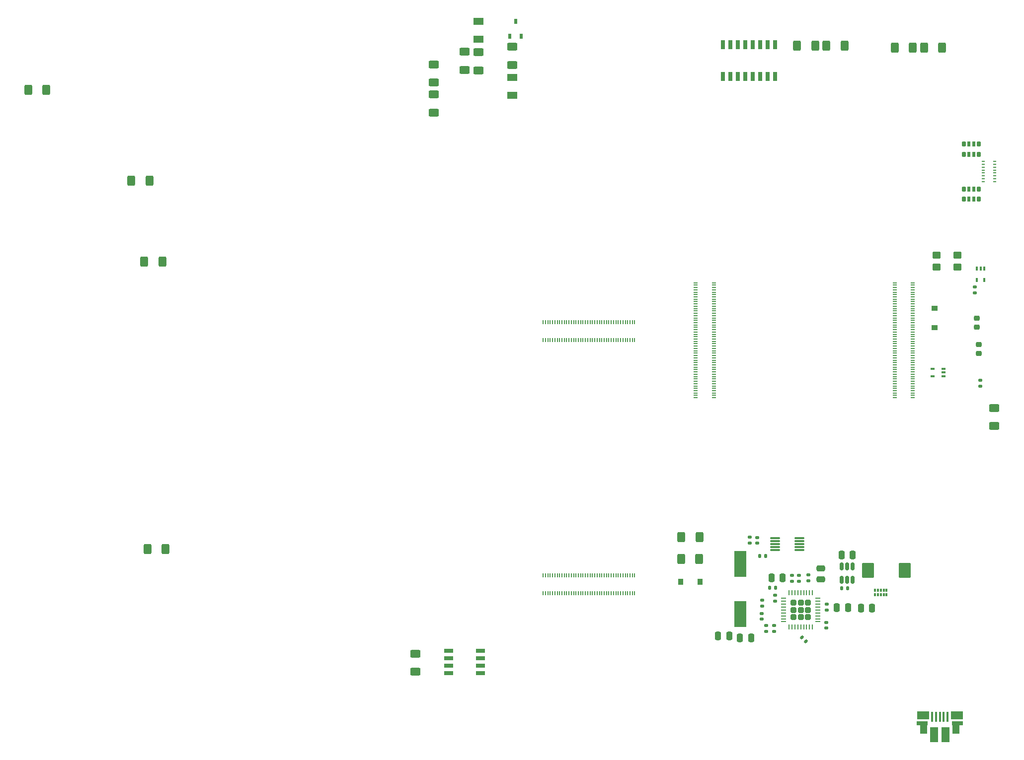
<source format=gbr>
%TF.GenerationSoftware,KiCad,Pcbnew,8.0.2*%
%TF.CreationDate,2024-05-12T20:10:00-06:00*%
%TF.ProjectId,GR-LRR-CONTROL,47522d4c-5252-42d4-934f-4e54524f4c2e,rev?*%
%TF.SameCoordinates,Original*%
%TF.FileFunction,Paste,Top*%
%TF.FilePolarity,Positive*%
%FSLAX46Y46*%
G04 Gerber Fmt 4.6, Leading zero omitted, Abs format (unit mm)*
G04 Created by KiCad (PCBNEW 8.0.2) date 2024-05-12 20:10:00*
%MOMM*%
%LPD*%
G01*
G04 APERTURE LIST*
G04 Aperture macros list*
%AMRoundRect*
0 Rectangle with rounded corners*
0 $1 Rounding radius*
0 $2 $3 $4 $5 $6 $7 $8 $9 X,Y pos of 4 corners*
0 Add a 4 corners polygon primitive as box body*
4,1,4,$2,$3,$4,$5,$6,$7,$8,$9,$2,$3,0*
0 Add four circle primitives for the rounded corners*
1,1,$1+$1,$2,$3*
1,1,$1+$1,$4,$5*
1,1,$1+$1,$6,$7*
1,1,$1+$1,$8,$9*
0 Add four rect primitives between the rounded corners*
20,1,$1+$1,$2,$3,$4,$5,0*
20,1,$1+$1,$4,$5,$6,$7,0*
20,1,$1+$1,$6,$7,$8,$9,0*
20,1,$1+$1,$8,$9,$2,$3,0*%
G04 Aperture macros list end*
%ADD10R,0.600000X0.850000*%
%ADD11R,1.041400X0.812800*%
%ADD12R,0.812800X1.041400*%
%ADD13RoundRect,0.250000X-0.400000X-0.625000X0.400000X-0.625000X0.400000X0.625000X-0.400000X0.625000X0*%
%ADD14RoundRect,0.250000X-0.450000X0.350000X-0.450000X-0.350000X0.450000X-0.350000X0.450000X0.350000X0*%
%ADD15RoundRect,0.135000X0.185000X-0.135000X0.185000X0.135000X-0.185000X0.135000X-0.185000X-0.135000X0*%
%ADD16RoundRect,0.250000X0.400000X0.625000X-0.400000X0.625000X-0.400000X-0.625000X0.400000X-0.625000X0*%
%ADD17RoundRect,0.218750X0.256250X-0.218750X0.256250X0.218750X-0.256250X0.218750X-0.256250X-0.218750X0*%
%ADD18RoundRect,0.247500X0.247500X-0.247500X0.247500X0.247500X-0.247500X0.247500X-0.247500X-0.247500X0*%
%ADD19RoundRect,0.062500X0.062500X-0.350000X0.062500X0.350000X-0.062500X0.350000X-0.062500X-0.350000X0*%
%ADD20RoundRect,0.062500X0.350000X-0.062500X0.350000X0.062500X-0.350000X0.062500X-0.350000X-0.062500X0*%
%ADD21RoundRect,0.250000X0.250000X0.475000X-0.250000X0.475000X-0.250000X-0.475000X0.250000X-0.475000X0*%
%ADD22RoundRect,0.091500X-0.213500X0.358500X-0.213500X-0.358500X0.213500X-0.358500X0.213500X0.358500X0*%
%ADD23RoundRect,0.068900X-0.196100X0.381100X-0.196100X-0.381100X0.196100X-0.381100X0.196100X0.381100X0*%
%ADD24RoundRect,0.140000X-0.170000X0.140000X-0.170000X-0.140000X0.170000X-0.140000X0.170000X0.140000X0*%
%ADD25RoundRect,0.250000X-0.625000X0.400000X-0.625000X-0.400000X0.625000X-0.400000X0.625000X0.400000X0*%
%ADD26RoundRect,0.135000X0.135000X0.185000X-0.135000X0.185000X-0.135000X-0.185000X0.135000X-0.185000X0*%
%ADD27RoundRect,0.075000X-0.075000X-0.200000X0.075000X-0.200000X0.075000X0.200000X-0.075000X0.200000X0*%
%ADD28R,1.550000X0.700000*%
%ADD29R,0.650000X1.550000*%
%ADD30R,0.400000X1.750000*%
%ADD31R,1.825000X0.700000*%
%ADD32R,2.000000X1.400000*%
%ADD33R,1.300000X2.000000*%
%ADD34R,1.425000X2.500000*%
%ADD35R,1.800000X1.150000*%
%ADD36RoundRect,0.140000X-0.219203X-0.021213X-0.021213X-0.219203X0.219203X0.021213X0.021213X0.219203X0*%
%ADD37RoundRect,0.250000X-0.250000X-0.475000X0.250000X-0.475000X0.250000X0.475000X-0.250000X0.475000X0*%
%ADD38RoundRect,0.140000X0.170000X-0.140000X0.170000X0.140000X-0.170000X0.140000X-0.170000X-0.140000X0*%
%ADD39RoundRect,0.250000X0.625000X-0.400000X0.625000X0.400000X-0.625000X0.400000X-0.625000X-0.400000X0*%
%ADD40RoundRect,0.250000X-0.787500X-1.025000X0.787500X-1.025000X0.787500X1.025000X-0.787500X1.025000X0*%
%ADD41RoundRect,0.100000X0.225000X0.100000X-0.225000X0.100000X-0.225000X-0.100000X0.225000X-0.100000X0*%
%ADD42RoundRect,0.091500X0.213500X-0.358500X0.213500X0.358500X-0.213500X0.358500X-0.213500X-0.358500X0*%
%ADD43RoundRect,0.068900X0.196100X-0.381100X0.196100X0.381100X-0.196100X0.381100X-0.196100X-0.381100X0*%
%ADD44RoundRect,0.218750X-0.256250X0.218750X-0.256250X-0.218750X0.256250X-0.218750X0.256250X0.218750X0*%
%ADD45RoundRect,0.087500X-0.725000X-0.087500X0.725000X-0.087500X0.725000X0.087500X-0.725000X0.087500X0*%
%ADD46RoundRect,0.250000X0.475000X-0.250000X0.475000X0.250000X-0.475000X0.250000X-0.475000X-0.250000X0*%
%ADD47R,0.200000X0.700000*%
%ADD48RoundRect,0.100000X-0.100000X0.225000X-0.100000X-0.225000X0.100000X-0.225000X0.100000X0.225000X0*%
%ADD49R,0.584200X0.203200*%
%ADD50R,2.000000X4.500000*%
%ADD51RoundRect,0.150000X-0.150000X0.512500X-0.150000X-0.512500X0.150000X-0.512500X0.150000X0.512500X0*%
%ADD52R,0.700000X0.200000*%
%ADD53RoundRect,0.135000X-0.185000X0.135000X-0.185000X-0.135000X0.185000X-0.135000X0.185000X0.135000X0*%
G04 APERTURE END LIST*
D10*
%TO.C,Q1*%
X165750000Y-74350000D03*
X167650000Y-74350000D03*
X166700000Y-71850000D03*
%TD*%
D11*
%TO.C,CR2*%
X238100000Y-120749000D03*
X238100000Y-124051000D03*
%TD*%
D12*
%TO.C,CR1*%
X194798000Y-167400000D03*
X198100000Y-167400000D03*
%TD*%
D13*
%TO.C,R34*%
X103950000Y-161800000D03*
X107050000Y-161800000D03*
%TD*%
D14*
%TO.C,R21*%
X238400000Y-111700000D03*
X238400000Y-113700000D03*
%TD*%
D15*
%TO.C,R25*%
X215030000Y-167307500D03*
X215030000Y-166287500D03*
%TD*%
D16*
%TO.C,R6*%
X239409998Y-76279298D03*
X236309998Y-76279298D03*
%TD*%
D17*
%TO.C,D1*%
X245600000Y-128487500D03*
X245600000Y-126912500D03*
%TD*%
D13*
%TO.C,R3*%
X83650000Y-83500000D03*
X86750000Y-83500000D03*
%TD*%
D18*
%TO.C,U10*%
X214070000Y-173437500D03*
X215300000Y-173437500D03*
X216530000Y-173437500D03*
X214070000Y-172207500D03*
X215300000Y-172207500D03*
X216530000Y-172207500D03*
X214070000Y-170977500D03*
X215300000Y-170977500D03*
X216530000Y-170977500D03*
D19*
X213300000Y-175145000D03*
X213800000Y-175145000D03*
X214300000Y-175145000D03*
X214800000Y-175145000D03*
X215300000Y-175145000D03*
X215800000Y-175145000D03*
X216300000Y-175145000D03*
X216800000Y-175145000D03*
X217300000Y-175145000D03*
D20*
X218237500Y-174207500D03*
X218237500Y-173707500D03*
X218237500Y-173207500D03*
X218237500Y-172707500D03*
X218237500Y-172207500D03*
X218237500Y-171707500D03*
X218237500Y-171207500D03*
X218237500Y-170707500D03*
X218237500Y-170207500D03*
D19*
X217300000Y-169270000D03*
X216800000Y-169270000D03*
X216300000Y-169270000D03*
X215800000Y-169270000D03*
X215300000Y-169270000D03*
X214800000Y-169270000D03*
X214300000Y-169270000D03*
X213800000Y-169270000D03*
X213300000Y-169270000D03*
D20*
X212362500Y-170207500D03*
X212362500Y-170707500D03*
X212362500Y-171207500D03*
X212362500Y-171707500D03*
X212362500Y-172207500D03*
X212362500Y-172707500D03*
X212362500Y-173207500D03*
X212362500Y-173707500D03*
X212362500Y-174207500D03*
%TD*%
D21*
%TO.C,C6*%
X212224000Y-166683500D03*
X210324000Y-166683500D03*
%TD*%
D15*
%TO.C,R22*%
X245000000Y-118100000D03*
X245000000Y-117080000D03*
%TD*%
D16*
%TO.C,R7*%
X234409998Y-76279298D03*
X231309998Y-76279298D03*
%TD*%
D22*
%TO.C,R12*%
X245600000Y-92689298D03*
D23*
X244760000Y-92689298D03*
X243960000Y-92689298D03*
D22*
X243120000Y-92689298D03*
X243120000Y-94459298D03*
D23*
X243960000Y-94459298D03*
X244760000Y-94459298D03*
D22*
X245600000Y-94459298D03*
%TD*%
D24*
%TO.C,C8*%
X210746000Y-174884500D03*
X210746000Y-175844500D03*
%TD*%
%TO.C,C7*%
X207900000Y-159850000D03*
X207900000Y-160810000D03*
%TD*%
D25*
%TO.C,R13*%
X160400000Y-77050000D03*
X160400000Y-80150000D03*
%TD*%
D15*
%TO.C,R26*%
X216630000Y-167207500D03*
X216630000Y-166187500D03*
%TD*%
D16*
%TO.C,R2*%
X198050000Y-159800000D03*
X194950000Y-159800000D03*
%TD*%
D26*
%TO.C,R27*%
X211030000Y-168407500D03*
X210010000Y-168407500D03*
%TD*%
D16*
%TO.C,R4*%
X222759998Y-75979298D03*
X219659998Y-75979298D03*
%TD*%
D13*
%TO.C,R33*%
X103400000Y-112800000D03*
X106500000Y-112800000D03*
%TD*%
D21*
%TO.C,C17*%
X223330000Y-171807500D03*
X221430000Y-171807500D03*
%TD*%
D26*
%TO.C,R24*%
X209280000Y-163007500D03*
X208260000Y-163007500D03*
%TD*%
D24*
%TO.C,C9*%
X219630000Y-174347500D03*
X219630000Y-175307500D03*
%TD*%
D27*
%TO.C,U11*%
X227930000Y-169577500D03*
X228430000Y-169577500D03*
X228930000Y-169577500D03*
X229430000Y-169577500D03*
X229930000Y-169577500D03*
X229930000Y-168807500D03*
X229430000Y-168807500D03*
X228930000Y-168807500D03*
X228430000Y-168807500D03*
X227930000Y-168807500D03*
%TD*%
D28*
%TO.C,IC1*%
X160725000Y-183005000D03*
X160725000Y-181735000D03*
X160725000Y-180465000D03*
X160725000Y-179195000D03*
X155275000Y-179195000D03*
X155275000Y-180465000D03*
X155275000Y-181735000D03*
X155275000Y-183005000D03*
%TD*%
D29*
%TO.C,IC2*%
X202014998Y-81204298D03*
X203284998Y-81204298D03*
X204554998Y-81204298D03*
X205824998Y-81204298D03*
X207094998Y-81204298D03*
X208364998Y-81204298D03*
X209634998Y-81204298D03*
X210904998Y-81204298D03*
X210904998Y-75754298D03*
X209634998Y-75754298D03*
X208364998Y-75754298D03*
X207094998Y-75754298D03*
X205824998Y-75754298D03*
X204554998Y-75754298D03*
X203284998Y-75754298D03*
X202014998Y-75754298D03*
%TD*%
D30*
%TO.C,J36*%
X237705000Y-190387500D03*
X238355000Y-190387500D03*
X239005000Y-190387500D03*
X239655000Y-190387500D03*
X240305000Y-190387500D03*
D31*
X236017500Y-191507500D03*
D32*
X236155000Y-190147500D03*
D33*
X236280000Y-192277500D03*
D34*
X238042500Y-193457500D03*
X239967500Y-193457500D03*
D33*
X241730000Y-192277500D03*
D32*
X241905000Y-190147500D03*
D31*
X241992500Y-191507500D03*
%TD*%
D15*
%TO.C,R29*%
X213830000Y-167307500D03*
X213830000Y-166287500D03*
%TD*%
D35*
%TO.C,LED1*%
X160400000Y-71850000D03*
X160400000Y-74850000D03*
%TD*%
D24*
%TO.C,C12*%
X219730000Y-171247500D03*
X219730000Y-172207500D03*
%TD*%
D36*
%TO.C,C11*%
X215456589Y-176900089D03*
X216135411Y-177578911D03*
%TD*%
D25*
%TO.C,R11*%
X248300000Y-137750000D03*
X248300000Y-140850000D03*
%TD*%
D37*
%TO.C,C18*%
X225530000Y-171907500D03*
X227430000Y-171907500D03*
%TD*%
D38*
%TO.C,C10*%
X210930000Y-170667500D03*
X210930000Y-169707500D03*
%TD*%
D39*
%TO.C,R31*%
X149600000Y-182750000D03*
X149600000Y-179650000D03*
%TD*%
D21*
%TO.C,C16*%
X203120000Y-176607500D03*
X201220000Y-176607500D03*
%TD*%
D40*
%TO.C,C14*%
X226783500Y-165439500D03*
X233008500Y-165439500D03*
%TD*%
D41*
%TO.C,U7*%
X239650000Y-132350000D03*
X239650000Y-131700000D03*
X239650000Y-131050000D03*
X237750000Y-131050000D03*
X237750000Y-132350000D03*
%TD*%
D42*
%TO.C,R10*%
X243120000Y-102159298D03*
D43*
X243960000Y-102159298D03*
X244760000Y-102159298D03*
D42*
X245600000Y-102159298D03*
X245600000Y-100389298D03*
D43*
X244760000Y-100389298D03*
X243960000Y-100389298D03*
D42*
X243120000Y-100389298D03*
%TD*%
D39*
%TO.C,R14*%
X158000000Y-80100000D03*
X158000000Y-77000000D03*
%TD*%
D25*
%TO.C,R9*%
X152800000Y-84250000D03*
X152800000Y-87350000D03*
%TD*%
D37*
%TO.C,C15*%
X204930000Y-177007500D03*
X206830000Y-177007500D03*
%TD*%
D35*
%TO.C,LED2*%
X166100000Y-84400000D03*
X166100000Y-81400000D03*
%TD*%
D15*
%TO.C,R23*%
X206600000Y-160810000D03*
X206600000Y-159790000D03*
%TD*%
D44*
%TO.C,D2*%
X245300000Y-122400000D03*
X245300000Y-123975000D03*
%TD*%
D13*
%TO.C,R32*%
X101200000Y-99000000D03*
X104300000Y-99000000D03*
%TD*%
D45*
%TO.C,U9*%
X210883500Y-159939500D03*
X210883500Y-160439500D03*
X210883500Y-160939500D03*
X210883500Y-161439500D03*
X210883500Y-161939500D03*
X215108500Y-161939500D03*
X215108500Y-161439500D03*
X215108500Y-160939500D03*
X215108500Y-160439500D03*
X215108500Y-159939500D03*
%TD*%
D46*
%TO.C,C5*%
X218730000Y-167007500D03*
X218730000Y-165107500D03*
%TD*%
D24*
%TO.C,C4*%
X208730000Y-170547500D03*
X208730000Y-171507500D03*
%TD*%
D39*
%TO.C,R15*%
X166100000Y-79250000D03*
X166100000Y-76150000D03*
%TD*%
D38*
%TO.C,C3*%
X208630000Y-173767500D03*
X208630000Y-172807500D03*
%TD*%
D47*
%TO.C,U1*%
X187000000Y-169367588D03*
X187000000Y-166287588D03*
X186600000Y-169367588D03*
X186600000Y-166287588D03*
X186200000Y-169367588D03*
X186200000Y-166287588D03*
X185800000Y-169367588D03*
X185800000Y-166287588D03*
X185400000Y-169367588D03*
X185400000Y-166287588D03*
X185000000Y-169367588D03*
X185000000Y-166287588D03*
X184600000Y-169367588D03*
X184600000Y-166287588D03*
X184200000Y-169367588D03*
X184200000Y-166287588D03*
X183800000Y-169367588D03*
X183800000Y-166287588D03*
X183400000Y-169367588D03*
X183400000Y-166287588D03*
X183000000Y-169367588D03*
X183000000Y-166287588D03*
X182600000Y-169367588D03*
X182600000Y-166287588D03*
X182200000Y-169367588D03*
X182200000Y-166287588D03*
X181800000Y-169367588D03*
X181800000Y-166287588D03*
X181400000Y-169367588D03*
X181400000Y-166287588D03*
X181000000Y-169367588D03*
X181000000Y-166287588D03*
X180600000Y-169367588D03*
X180600000Y-166287588D03*
X180200000Y-169367588D03*
X180200000Y-166287588D03*
X179800000Y-169367588D03*
X179800000Y-166287588D03*
X179400000Y-169367588D03*
X179400000Y-166287588D03*
X179000000Y-169367588D03*
X179000000Y-166287588D03*
X178600000Y-169367588D03*
X178600000Y-166287588D03*
X178200000Y-169367588D03*
X178200000Y-166287588D03*
X177800000Y-169367588D03*
X177800000Y-166287588D03*
X177400000Y-169367588D03*
X177400000Y-166287588D03*
X177000000Y-169367588D03*
X177000000Y-166287588D03*
X176600000Y-169367588D03*
X176600000Y-166287588D03*
X176200000Y-169367588D03*
X176200000Y-166287588D03*
X175800000Y-169367588D03*
X175800000Y-166287588D03*
X175400000Y-169367588D03*
X175400000Y-166287588D03*
X175000000Y-169367588D03*
X175000000Y-166287588D03*
X174600000Y-169367588D03*
X174600000Y-166287588D03*
X174200000Y-169367588D03*
X174200000Y-166287588D03*
X173800000Y-169367588D03*
X173800000Y-166287588D03*
X173400000Y-169367588D03*
X173400000Y-166287588D03*
X173000000Y-169367588D03*
X173000000Y-166287588D03*
X172600000Y-169367588D03*
X172600000Y-166287588D03*
X172200000Y-169367588D03*
X172200000Y-166287588D03*
X171800000Y-169367588D03*
X171800000Y-166287588D03*
X171400000Y-169367588D03*
X171400000Y-166287588D03*
X171400000Y-123107588D03*
X171400000Y-126187588D03*
X171800000Y-123107588D03*
X171800000Y-126187588D03*
X172200000Y-123107588D03*
X172200000Y-126187588D03*
X172600000Y-123107588D03*
X172600000Y-126187588D03*
X173000000Y-123107588D03*
X173000000Y-126187588D03*
X173400000Y-123107588D03*
X173400000Y-126187588D03*
X173800000Y-123107588D03*
X173800000Y-126187588D03*
X174200000Y-123107588D03*
X174200000Y-126187588D03*
X174600000Y-123107588D03*
X174600000Y-126187588D03*
X175000000Y-123107588D03*
X175000000Y-126187588D03*
X175400000Y-123107588D03*
X175400000Y-126187588D03*
X175800000Y-123107588D03*
X175800000Y-126187588D03*
X176200000Y-123107588D03*
X176200000Y-126187588D03*
X176600000Y-123107588D03*
X176600000Y-126187588D03*
X177000000Y-123107588D03*
X177000000Y-126187588D03*
X177400000Y-123107588D03*
X177400000Y-126187588D03*
X177800000Y-123107588D03*
X177800000Y-126187588D03*
X178200000Y-123107588D03*
X178200000Y-126187588D03*
X178600000Y-123107588D03*
X178600000Y-126187588D03*
X179000000Y-123107588D03*
X179000000Y-126187588D03*
X179400000Y-123107588D03*
X179400000Y-126187588D03*
X179800000Y-123107588D03*
X179800000Y-126187588D03*
X180200000Y-123107588D03*
X180200000Y-126187588D03*
X180600000Y-123107588D03*
X180600000Y-126187588D03*
X181000000Y-123107588D03*
X181000000Y-126187588D03*
X181400000Y-123107588D03*
X181400000Y-126187588D03*
X181800000Y-123107588D03*
X181800000Y-126187588D03*
X182200000Y-123107588D03*
X182200000Y-126187588D03*
X182600000Y-123107588D03*
X182600000Y-126187588D03*
X183000000Y-123107588D03*
X183000000Y-126187588D03*
X183400000Y-123107588D03*
X183400000Y-126187588D03*
X183800000Y-123107588D03*
X183800000Y-126187588D03*
X184200000Y-123107588D03*
X184200000Y-126187588D03*
X184600000Y-123107588D03*
X184600000Y-126187588D03*
X185000000Y-123107588D03*
X185000000Y-126187588D03*
X185400000Y-123107588D03*
X185400000Y-126187588D03*
X185800000Y-123107588D03*
X185800000Y-126187588D03*
X186200000Y-123107588D03*
X186200000Y-126187588D03*
X186600000Y-123107588D03*
X186600000Y-126187588D03*
X187000000Y-123107588D03*
X187000000Y-126187588D03*
%TD*%
D48*
%TO.C,U8*%
X246600000Y-114000000D03*
X245950000Y-114000000D03*
X245300000Y-114000000D03*
X245300000Y-115900000D03*
X246600000Y-115900000D03*
%TD*%
D14*
%TO.C,R20*%
X242000000Y-111700000D03*
X242000000Y-113700000D03*
%TD*%
D49*
%TO.C,U3*%
X246429600Y-95674300D03*
X246429600Y-96174299D03*
X246429600Y-96674298D03*
X246429600Y-97174299D03*
X246429600Y-97674299D03*
X246429600Y-98174300D03*
X246429600Y-98674299D03*
X246429600Y-99174298D03*
X248360000Y-99174298D03*
X248360000Y-98674299D03*
X248360000Y-98174300D03*
X248360000Y-97674299D03*
X248360000Y-97174299D03*
X248360000Y-96674298D03*
X248360000Y-96174299D03*
X248360000Y-95674300D03*
%TD*%
D21*
%TO.C,C13*%
X224130000Y-162807500D03*
X222230000Y-162807500D03*
%TD*%
D16*
%TO.C,R5*%
X217759998Y-75979298D03*
X214659998Y-75979298D03*
%TD*%
D50*
%TO.C,Y1*%
X204996000Y-172889500D03*
X204996000Y-164389500D03*
%TD*%
D26*
%TO.C,R30*%
X223250000Y-168507500D03*
X222230000Y-168507500D03*
%TD*%
D16*
%TO.C,R1*%
X198000000Y-163490000D03*
X194900000Y-163490000D03*
%TD*%
D51*
%TO.C,U12*%
X224146000Y-164802000D03*
X223196000Y-164802000D03*
X222246000Y-164802000D03*
X222246000Y-167077000D03*
X223196000Y-167077000D03*
X224146000Y-167077000D03*
%TD*%
D25*
%TO.C,R8*%
X152800000Y-79150000D03*
X152800000Y-82250000D03*
%TD*%
D52*
%TO.C,Module1*%
X234400000Y-136000000D03*
X231320000Y-136000000D03*
X234400000Y-135600000D03*
X231320000Y-135600000D03*
X234400000Y-135200000D03*
X231320000Y-135200000D03*
X234400000Y-134800000D03*
X231320000Y-134800000D03*
X234400000Y-134400000D03*
X231320000Y-134400000D03*
X234400000Y-134000000D03*
X231320000Y-134000000D03*
X234400000Y-133600000D03*
X231320000Y-133600000D03*
X234400000Y-133200000D03*
X231320000Y-133200000D03*
X234400000Y-132800000D03*
X231320000Y-132800000D03*
X234400000Y-132400000D03*
X231320000Y-132400000D03*
X234400000Y-132000000D03*
X231320000Y-132000000D03*
X234400000Y-131600000D03*
X231320000Y-131600000D03*
X234400000Y-131200000D03*
X231320000Y-131200000D03*
X234400000Y-130800000D03*
X231320000Y-130800000D03*
X234400000Y-130400000D03*
X231320000Y-130400000D03*
X234400000Y-130000000D03*
X231320000Y-130000000D03*
X234400000Y-129600000D03*
X231320000Y-129600000D03*
X234400000Y-129200000D03*
X231320000Y-129200000D03*
X234400000Y-128800000D03*
X231320000Y-128800000D03*
X234400000Y-128400000D03*
X231320000Y-128400000D03*
X234400000Y-128000000D03*
X231320000Y-128000000D03*
X234400000Y-127600000D03*
X231320000Y-127600000D03*
X234400000Y-127200000D03*
X231320000Y-127200000D03*
X234400000Y-126800000D03*
X231320000Y-126800000D03*
X234400000Y-126400000D03*
X231320000Y-126400000D03*
X234400000Y-126000000D03*
X231320000Y-126000000D03*
X234400000Y-125600000D03*
X231320000Y-125600000D03*
X234400000Y-125200000D03*
X231320000Y-125200000D03*
X234400000Y-124800000D03*
X231320000Y-124800000D03*
X234400000Y-124400000D03*
X231320000Y-124400000D03*
X234400000Y-124000000D03*
X231320000Y-124000000D03*
X234400000Y-123600000D03*
X231320000Y-123600000D03*
X234400000Y-123200000D03*
X231320000Y-123200000D03*
X234400000Y-122800000D03*
X231320000Y-122800000D03*
X234400000Y-122400000D03*
X231320000Y-122400000D03*
X234400000Y-122000000D03*
X231320000Y-122000000D03*
X234400000Y-121600000D03*
X231320000Y-121600000D03*
X234400000Y-121200000D03*
X231320000Y-121200000D03*
X234400000Y-120800000D03*
X231320000Y-120800000D03*
X234400000Y-120400000D03*
X231320000Y-120400000D03*
X234400000Y-120000000D03*
X231320000Y-120000000D03*
X234400000Y-119600000D03*
X231320000Y-119600000D03*
X234400000Y-119200000D03*
X231320000Y-119200000D03*
X234400000Y-118800000D03*
X231320000Y-118800000D03*
X234400000Y-118400000D03*
X231320000Y-118400000D03*
X234400000Y-118000000D03*
X231320000Y-118000000D03*
X234400000Y-117600000D03*
X231320000Y-117600000D03*
X234400000Y-117200000D03*
X231320000Y-117200000D03*
X234400000Y-116800000D03*
X231320000Y-116800000D03*
X234400000Y-116400000D03*
X231320000Y-116400000D03*
X200480000Y-136000000D03*
X197400000Y-136000000D03*
X200480000Y-135600000D03*
X197400000Y-135600000D03*
X200480000Y-135200000D03*
X197400000Y-135200000D03*
X200480000Y-134800000D03*
X197400000Y-134800000D03*
X200480000Y-134400000D03*
X197400000Y-134400000D03*
X200480000Y-134000000D03*
X197400000Y-134000000D03*
X200480000Y-133600000D03*
X197400000Y-133600000D03*
X200480000Y-133200000D03*
X197400000Y-133200000D03*
X200480000Y-132800000D03*
X197400000Y-132800000D03*
X200480000Y-132400000D03*
X197400000Y-132400000D03*
X200480000Y-132000000D03*
X197400000Y-132000000D03*
X200480000Y-131600000D03*
X197400000Y-131600000D03*
X200480000Y-131200000D03*
X197400000Y-131200000D03*
X200480000Y-130800000D03*
X197400000Y-130800000D03*
X200480000Y-130400000D03*
X197400000Y-130400000D03*
X200480000Y-130000000D03*
X197400000Y-130000000D03*
X200480000Y-129600000D03*
X197400000Y-129600000D03*
X200480000Y-129200000D03*
X197400000Y-129200000D03*
X200480000Y-128800000D03*
X197400000Y-128800000D03*
X200480000Y-128400000D03*
X197400000Y-128400000D03*
X200480000Y-128000000D03*
X197400000Y-128000000D03*
X200480000Y-127600000D03*
X197400000Y-127600000D03*
X200480000Y-127200000D03*
X197400000Y-127200000D03*
X200480000Y-126800000D03*
X197400000Y-126800000D03*
X200480000Y-126400000D03*
X197400000Y-126400000D03*
X200480000Y-126000000D03*
X197400000Y-126000000D03*
X200480000Y-125600000D03*
X197400000Y-125600000D03*
X200480000Y-125200000D03*
X197400000Y-125200000D03*
X200480000Y-124800000D03*
X197400000Y-124800000D03*
X200480000Y-124400000D03*
X197400000Y-124400000D03*
X200480000Y-124000000D03*
X197400000Y-124000000D03*
X200480000Y-123600000D03*
X197400000Y-123600000D03*
X200480000Y-123200000D03*
X197400000Y-123200000D03*
X200480000Y-122800000D03*
X197400000Y-122800000D03*
X200480000Y-122400000D03*
X197400000Y-122400000D03*
X200480000Y-122000000D03*
X197400000Y-122000000D03*
X200480000Y-121600000D03*
X197400000Y-121600000D03*
X200480000Y-121200000D03*
X197400000Y-121200000D03*
X200480000Y-120800000D03*
X197400000Y-120800000D03*
X200480000Y-120400000D03*
X197400000Y-120400000D03*
X200480000Y-120000000D03*
X197400000Y-120000000D03*
X200480000Y-119600000D03*
X197400000Y-119600000D03*
X200480000Y-119200000D03*
X197400000Y-119200000D03*
X200480000Y-118800000D03*
X197400000Y-118800000D03*
X200480000Y-118400000D03*
X197400000Y-118400000D03*
X200480000Y-118000000D03*
X197400000Y-118000000D03*
X200480000Y-117600000D03*
X197400000Y-117600000D03*
X200480000Y-117200000D03*
X197400000Y-117200000D03*
X200480000Y-116800000D03*
X197400000Y-116800000D03*
X200480000Y-116400000D03*
X197400000Y-116400000D03*
%TD*%
D15*
%TO.C,R28*%
X209430000Y-175907500D03*
X209430000Y-174887500D03*
%TD*%
D53*
%TO.C,R19*%
X245900000Y-132990000D03*
X245900000Y-134010000D03*
%TD*%
M02*

</source>
